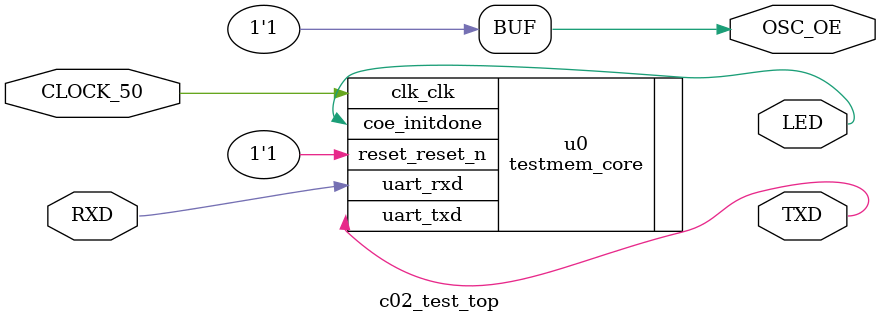
<source format=v>

`timescale 1ns / 100ps

module c02_test_top (
	input			CLOCK_50,
	output			OSC_OE,
//	input			RESET_n,
	output			LED,

	output			TXD,
	input			RXD
);

	assign OSC_OE = 1'b1;

    testmem_core u0 (
        .clk_clk       ( CLOCK_50 ),
        .reset_reset_n ( 1'b1 ),
        .uart_rxd      ( RXD ),
        .uart_txd      ( TXD ),
        .coe_initdone  ( LED )
    );



endmodule

</source>
